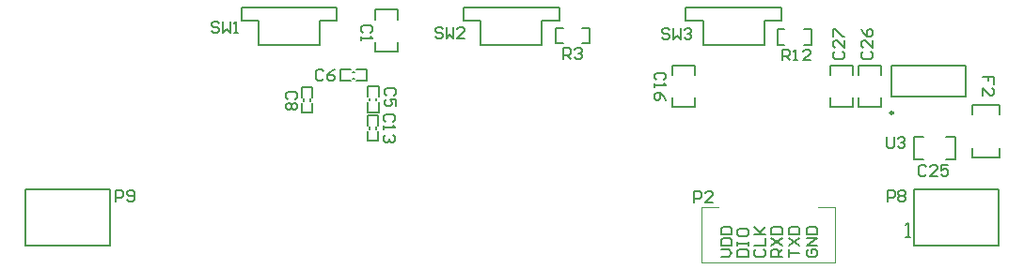
<source format=gto>
G04 Layer_Color=65535*
%FSLAX44Y44*%
%MOMM*%
G71*
G01*
G75*
%ADD20C,0.2000*%
%ADD42C,0.2500*%
%ADD43C,0.1524*%
%ADD44C,0.1000*%
%ADD45C,0.1778*%
%ADD46C,0.1270*%
%ADD47C,0.2032*%
D20*
X-176260Y75740D02*
X-174260D01*
X-176260Y81740D02*
X-174260D01*
X-154480Y56150D02*
Y58150D01*
X-160480Y56150D02*
Y58150D01*
X-160734Y30096D02*
Y32096D01*
X-154734Y30096D02*
Y32096D01*
X-213916Y55496D02*
Y57496D01*
X-219916Y55496D02*
Y57496D01*
X-442891Y-74930D02*
X-394208D01*
X-470408D02*
X-394208D01*
X-470408Y-24130D02*
X-394208D01*
X-470408Y-74930D02*
Y-24130D01*
X-394208Y-74930D02*
Y-24130D01*
X357209Y-74930D02*
X405892D01*
X329692D02*
X405892D01*
X329692Y-24130D02*
X405892D01*
X329692Y-74930D02*
Y-24130D01*
X405892Y-74930D02*
Y-24130D01*
X376400Y59660D02*
Y87660D01*
X309400Y59660D02*
Y87660D01*
X376400D01*
X309400Y59660D02*
X376400D01*
X124231Y140159D02*
X210236D01*
Y127866D02*
Y140159D01*
X124231Y127866D02*
Y140134D01*
X194742Y127866D02*
X210236D01*
X139725Y105800D02*
Y127358D01*
X194742Y105800D02*
Y127358D01*
X124231Y127866D02*
X139725D01*
Y105800D02*
X194742D01*
X-60427D02*
X-5410D01*
X-75921Y127866D02*
X-60427D01*
X-5410Y105800D02*
Y127358D01*
X-60427Y105800D02*
Y127358D01*
X-5410Y127866D02*
X10084D01*
X-75921D02*
Y140134D01*
X10084Y127866D02*
Y140159D01*
X-75921D02*
X10084D01*
X-276073Y140157D02*
X-190068D01*
Y127864D02*
Y140157D01*
X-276073Y127864D02*
Y140132D01*
X-205562Y127864D02*
X-190068D01*
X-260579Y105798D02*
Y127356D01*
X-205562Y105798D02*
Y127356D01*
X-276073Y127864D02*
X-260579D01*
Y105798D02*
X-205562D01*
D42*
X310650Y44660D02*
G03*
X310650Y44660I-1250J0D01*
G01*
D43*
X-187010Y73740D02*
Y83740D01*
X-163510Y73740D02*
X-163510Y83740D01*
X-172760Y73740D02*
X-163510D01*
X-187010D02*
X-177760D01*
X-172760Y83740D02*
X-163510D01*
X-187010D02*
X-177760D01*
X-162480Y45400D02*
X-152480D01*
X-162480Y68900D02*
X-152480Y68900D01*
Y59650D02*
Y68900D01*
Y45400D02*
Y54650D01*
X-162480Y59650D02*
Y68900D01*
Y45400D02*
Y54650D01*
X-162734Y42846D02*
X-152734D01*
X-162734Y19346D02*
X-152734Y19346D01*
X-162734Y19346D02*
Y28596D01*
Y33596D02*
Y42846D01*
X-152734Y19346D02*
Y28596D01*
Y33596D02*
Y42846D01*
X-221916Y44746D02*
X-211916D01*
X-221916Y68246D02*
X-211916Y68246D01*
Y58996D02*
Y68246D01*
Y44746D02*
Y53996D01*
X-221916Y58996D02*
Y68246D01*
Y44746D02*
Y53996D01*
D44*
X243300Y-39980D02*
X258300D01*
X138300D02*
X153300D01*
X258300Y-89980D02*
Y-39980D01*
X138300Y-89980D02*
X258300D01*
X138300D02*
Y-39980D01*
D45*
X206507Y120210D02*
X213106D01*
X206507Y106375D02*
Y120210D01*
Y106375D02*
X213106D01*
X230378D02*
X236978D01*
Y120210D01*
X230378D02*
X236978D01*
X274320Y49784D02*
Y58420D01*
X264160Y49784D02*
X274320D01*
X254000D02*
X264160D01*
X254000D02*
Y58420D01*
Y78740D02*
Y87376D01*
X264160D01*
X274320D01*
Y78740D02*
Y87376D01*
X299720Y49784D02*
Y58420D01*
X289560Y49784D02*
X299720D01*
X279400D02*
X289560D01*
X279400D02*
Y58420D01*
Y78740D02*
Y87376D01*
X289560D01*
X299720D01*
Y78740D02*
Y87376D01*
X-155702Y129286D02*
Y137922D01*
X-145542D01*
X-135382D01*
Y129286D02*
Y137922D01*
Y100330D02*
Y108966D01*
X-145542Y100330D02*
X-135382D01*
X-155702D02*
X-145542D01*
X-155702D02*
Y108966D01*
X382108Y43216D02*
Y52216D01*
X406308D01*
Y43216D02*
Y52216D01*
Y4216D02*
Y13216D01*
X382108Y4216D02*
X406308D01*
X382108D02*
Y13216D01*
X329184Y2540D02*
X337820D01*
X329184D02*
Y12700D01*
Y22860D01*
X337820D01*
X358140D02*
X366776D01*
Y12700D02*
Y22860D01*
Y2540D02*
Y12700D01*
X358140Y2540D02*
X366776D01*
X112014Y78994D02*
Y87630D01*
X122174D01*
X132334D01*
Y78994D02*
Y87630D01*
Y50038D02*
Y58674D01*
X122174Y50038D02*
X132334D01*
X112014D02*
X122174D01*
X112014D02*
Y58674D01*
X6991Y121226D02*
X13590D01*
X6991Y107391D02*
Y121226D01*
Y107391D02*
X13590D01*
X30862D02*
X37462D01*
Y121226D01*
X30862D02*
X37462D01*
D46*
X304800Y22697D02*
Y14366D01*
X306466Y12700D01*
X309798D01*
X311465Y14366D01*
Y22697D01*
X314797Y21031D02*
X316463Y22697D01*
X319795D01*
X321461Y21031D01*
Y19365D01*
X319795Y17698D01*
X318129D01*
X319795D01*
X321461Y16032D01*
Y14366D01*
X319795Y12700D01*
X316463D01*
X314797Y14366D01*
X401401Y70655D02*
Y77320D01*
X396402D01*
Y73988D01*
Y77320D01*
X391404D01*
Y60659D02*
Y67323D01*
X398069Y60659D01*
X399735D01*
X401401Y62325D01*
Y65657D01*
X399735Y67323D01*
X340420Y-4115D02*
X338754Y-2449D01*
X335422D01*
X333756Y-4115D01*
Y-10780D01*
X335422Y-12446D01*
X338754D01*
X340420Y-10780D01*
X350417Y-12446D02*
X343753D01*
X350417Y-5781D01*
Y-4115D01*
X348751Y-2449D01*
X345419D01*
X343753Y-4115D01*
X360414Y-2449D02*
X353750D01*
Y-7448D01*
X357082Y-5781D01*
X358748D01*
X360414Y-7448D01*
Y-10780D01*
X358748Y-12446D01*
X355416D01*
X353750Y-10780D01*
X-389128Y-35306D02*
Y-25309D01*
X-384130D01*
X-382463Y-26975D01*
Y-30308D01*
X-384130Y-31974D01*
X-389128D01*
X-379131Y-33640D02*
X-377465Y-35306D01*
X-374133D01*
X-372467Y-33640D01*
Y-26975D01*
X-374133Y-25309D01*
X-377465D01*
X-379131Y-26975D01*
Y-28642D01*
X-377465Y-30308D01*
X-372467D01*
X305562Y-35306D02*
Y-25309D01*
X310560D01*
X312227Y-26975D01*
Y-30308D01*
X310560Y-31974D01*
X305562D01*
X315559Y-26975D02*
X317225Y-25309D01*
X320557D01*
X322223Y-26975D01*
Y-28642D01*
X320557Y-30308D01*
X322223Y-31974D01*
Y-33640D01*
X320557Y-35306D01*
X317225D01*
X315559Y-33640D01*
Y-31974D01*
X317225Y-30308D01*
X315559Y-28642D01*
Y-26975D01*
X317225Y-30308D02*
X320557D01*
X211328Y92202D02*
Y102199D01*
X216326D01*
X217992Y100533D01*
Y97200D01*
X216326Y95534D01*
X211328D01*
X214660D02*
X217992Y92202D01*
X221325D02*
X224657D01*
X222991D01*
Y102199D01*
X221325Y100533D01*
X236320Y92202D02*
X229655D01*
X236320Y98867D01*
Y100533D01*
X234654Y102199D01*
X231322D01*
X229655Y100533D01*
X131826Y-36322D02*
Y-26325D01*
X136824D01*
X138490Y-27991D01*
Y-31324D01*
X136824Y-32990D01*
X131826D01*
X148487Y-36322D02*
X141823D01*
X148487Y-29657D01*
Y-27991D01*
X146821Y-26325D01*
X143489D01*
X141823Y-27991D01*
X258829Y100084D02*
X257163Y98418D01*
Y95086D01*
X258829Y93420D01*
X265494D01*
X267160Y95086D01*
Y98418D01*
X265494Y100084D01*
X267160Y110081D02*
Y103417D01*
X260495Y110081D01*
X258829D01*
X257163Y108415D01*
Y105083D01*
X258829Y103417D01*
X257163Y113414D02*
Y120078D01*
X258829D01*
X265494Y113414D01*
X267160D01*
X284229Y100405D02*
X282563Y98738D01*
Y95406D01*
X284229Y93740D01*
X290894D01*
X292560Y95406D01*
Y98738D01*
X290894Y100405D01*
X292560Y110401D02*
Y103737D01*
X285896Y110401D01*
X284229D01*
X282563Y108735D01*
Y105403D01*
X284229Y103737D01*
X282563Y120398D02*
X284229Y117066D01*
X287562Y113734D01*
X290894D01*
X292560Y115400D01*
Y118732D01*
X290894Y120398D01*
X289228D01*
X287562Y118732D01*
Y113734D01*
X-139243Y36516D02*
X-137577Y38182D01*
Y41514D01*
X-139243Y43180D01*
X-145908D01*
X-147574Y41514D01*
Y38182D01*
X-145908Y36516D01*
X-147574Y33183D02*
Y29851D01*
Y31517D01*
X-137577D01*
X-139243Y33183D01*
Y24853D02*
X-137577Y23186D01*
Y19854D01*
X-139243Y18188D01*
X-140910D01*
X-142576Y19854D01*
Y21520D01*
Y19854D01*
X-144242Y18188D01*
X-145908D01*
X-147574Y19854D01*
Y23186D01*
X-145908Y24853D01*
X-227865Y57294D02*
X-226199Y58960D01*
Y62292D01*
X-227865Y63958D01*
X-234530D01*
X-236196Y62292D01*
Y58960D01*
X-234530Y57294D01*
X-227865Y53961D02*
X-226199Y52295D01*
Y48963D01*
X-227865Y47297D01*
X-229531D01*
X-231198Y48963D01*
X-232864Y47297D01*
X-234530D01*
X-236196Y48963D01*
Y52295D01*
X-234530Y53961D01*
X-232864D01*
X-231198Y52295D01*
X-229531Y53961D01*
X-227865D01*
X-231198Y52295D02*
Y48963D01*
X-202213Y82571D02*
X-203880Y84237D01*
X-207212D01*
X-208878Y82571D01*
Y75906D01*
X-207212Y74240D01*
X-203880D01*
X-202213Y75906D01*
X-192217Y84237D02*
X-195549Y82571D01*
X-198881Y79238D01*
Y75906D01*
X-197215Y74240D01*
X-193883D01*
X-192217Y75906D01*
Y77572D01*
X-193883Y79238D01*
X-198881D01*
X-138989Y60645D02*
X-137323Y62312D01*
Y65644D01*
X-138989Y67310D01*
X-145654D01*
X-147320Y65644D01*
Y62312D01*
X-145654Y60645D01*
X-137323Y50649D02*
Y57313D01*
X-142322D01*
X-140655Y53981D01*
Y52315D01*
X-142322Y50649D01*
X-145654D01*
X-147320Y52315D01*
Y55647D01*
X-145654Y57313D01*
X-160071Y117288D02*
X-158405Y118954D01*
Y122286D01*
X-160071Y123952D01*
X-166736D01*
X-168402Y122286D01*
Y118954D01*
X-166736Y117288D01*
X-168402Y113955D02*
Y110623D01*
Y112289D01*
X-158405D01*
X-160071Y113955D01*
X104343Y74362D02*
X106009Y76028D01*
Y79360D01*
X104343Y81026D01*
X97678D01*
X96012Y79360D01*
Y76028D01*
X97678Y74362D01*
X96012Y71029D02*
Y67697D01*
Y69363D01*
X106009D01*
X104343Y71029D01*
X106009Y56034D02*
X104343Y59366D01*
X101010Y62699D01*
X97678D01*
X96012Y61032D01*
Y57700D01*
X97678Y56034D01*
X99344D01*
X101010Y57700D01*
Y62699D01*
X13844Y93472D02*
Y103469D01*
X18842D01*
X20508Y101803D01*
Y98470D01*
X18842Y96804D01*
X13844D01*
X17176D02*
X20508Y93472D01*
X23841Y101803D02*
X25507Y103469D01*
X28839D01*
X30505Y101803D01*
Y100136D01*
X28839Y98470D01*
X27173D01*
X28839D01*
X30505Y96804D01*
Y95138D01*
X28839Y93472D01*
X25507D01*
X23841Y95138D01*
X-296103Y125171D02*
X-297770Y126837D01*
X-301102D01*
X-302768Y125171D01*
Y123504D01*
X-301102Y121838D01*
X-297770D01*
X-296103Y120172D01*
Y118506D01*
X-297770Y116840D01*
X-301102D01*
X-302768Y118506D01*
X-292771Y126837D02*
Y116840D01*
X-289439Y120172D01*
X-286107Y116840D01*
Y126837D01*
X-282774Y116840D02*
X-279442D01*
X-281108D01*
Y126837D01*
X-282774Y125171D01*
X-94936Y120345D02*
X-96602Y122011D01*
X-99934D01*
X-101600Y120345D01*
Y118679D01*
X-99934Y117012D01*
X-96602D01*
X-94936Y115346D01*
Y113680D01*
X-96602Y112014D01*
X-99934D01*
X-101600Y113680D01*
X-91603Y122011D02*
Y112014D01*
X-88271Y115346D01*
X-84939Y112014D01*
Y122011D01*
X-74942Y112014D02*
X-81606D01*
X-74942Y118679D01*
Y120345D01*
X-76608Y122011D01*
X-79940D01*
X-81606Y120345D01*
X109281Y119329D02*
X107614Y120995D01*
X104282D01*
X102616Y119329D01*
Y117662D01*
X104282Y115996D01*
X107614D01*
X109281Y114330D01*
Y112664D01*
X107614Y110998D01*
X104282D01*
X102616Y112664D01*
X112613Y120995D02*
Y110998D01*
X115945Y114330D01*
X119277Y110998D01*
Y120995D01*
X122610Y119329D02*
X124276Y120995D01*
X127608D01*
X129274Y119329D01*
Y117662D01*
X127608Y115996D01*
X125942D01*
X127608D01*
X129274Y114330D01*
Y112664D01*
X127608Y110998D01*
X124276D01*
X122610Y112664D01*
X155703Y-85080D02*
X162368D01*
X165700Y-81748D01*
X162368Y-78416D01*
X155703D01*
Y-75083D02*
X165700D01*
Y-70085D01*
X164034Y-68419D01*
X157370D01*
X155703Y-70085D01*
Y-75083D01*
Y-65086D02*
X165700D01*
Y-60088D01*
X164034Y-58422D01*
X157370D01*
X155703Y-60088D01*
Y-65086D01*
X170704Y-85080D02*
X180700D01*
Y-80082D01*
X179034Y-78416D01*
X172370D01*
X170704Y-80082D01*
Y-85080D01*
Y-75083D02*
Y-71751D01*
Y-73417D01*
X180700D01*
Y-75083D01*
Y-71751D01*
X170704Y-61754D02*
Y-65086D01*
X172370Y-66753D01*
X179034D01*
X180700Y-65086D01*
Y-61754D01*
X179034Y-60088D01*
X172370D01*
X170704Y-61754D01*
X187370Y-78416D02*
X185704Y-80082D01*
Y-83414D01*
X187370Y-85080D01*
X194034D01*
X195700Y-83414D01*
Y-80082D01*
X194034Y-78416D01*
X185704Y-75083D02*
X195700D01*
Y-68419D01*
X185704Y-65086D02*
X195700D01*
X192368D01*
X185704Y-58422D01*
X190702Y-63420D01*
X195700Y-58422D01*
X210700Y-85080D02*
X200704D01*
Y-80082D01*
X202370Y-78416D01*
X205702D01*
X207368Y-80082D01*
Y-85080D01*
Y-81748D02*
X210700Y-78416D01*
X200704Y-75083D02*
X210700Y-68419D01*
X200704D02*
X210700Y-75083D01*
X200704Y-65086D02*
X210700D01*
Y-60088D01*
X209034Y-58422D01*
X202370D01*
X200704Y-60088D01*
Y-65086D01*
X216704Y-85080D02*
Y-78416D01*
Y-81748D01*
X226700D01*
X216704Y-75083D02*
X226700Y-68419D01*
X216704D02*
X226700Y-75083D01*
X216704Y-65086D02*
X226700D01*
Y-60088D01*
X225034Y-58422D01*
X218370D01*
X216704Y-60088D01*
Y-65086D01*
X234370Y-78416D02*
X232703Y-80082D01*
Y-83414D01*
X234370Y-85080D01*
X241034D01*
X242700Y-83414D01*
Y-80082D01*
X241034Y-78416D01*
X237702D01*
Y-81748D01*
X242700Y-75083D02*
X232703D01*
X242700Y-68419D01*
X232703D01*
Y-65086D02*
X242700D01*
Y-60088D01*
X241034Y-58422D01*
X234370D01*
X232703Y-60088D01*
Y-65086D01*
D47*
X322072Y-67310D02*
X326304D01*
X324188D01*
Y-54614D01*
X322072Y-56730D01*
M02*

</source>
